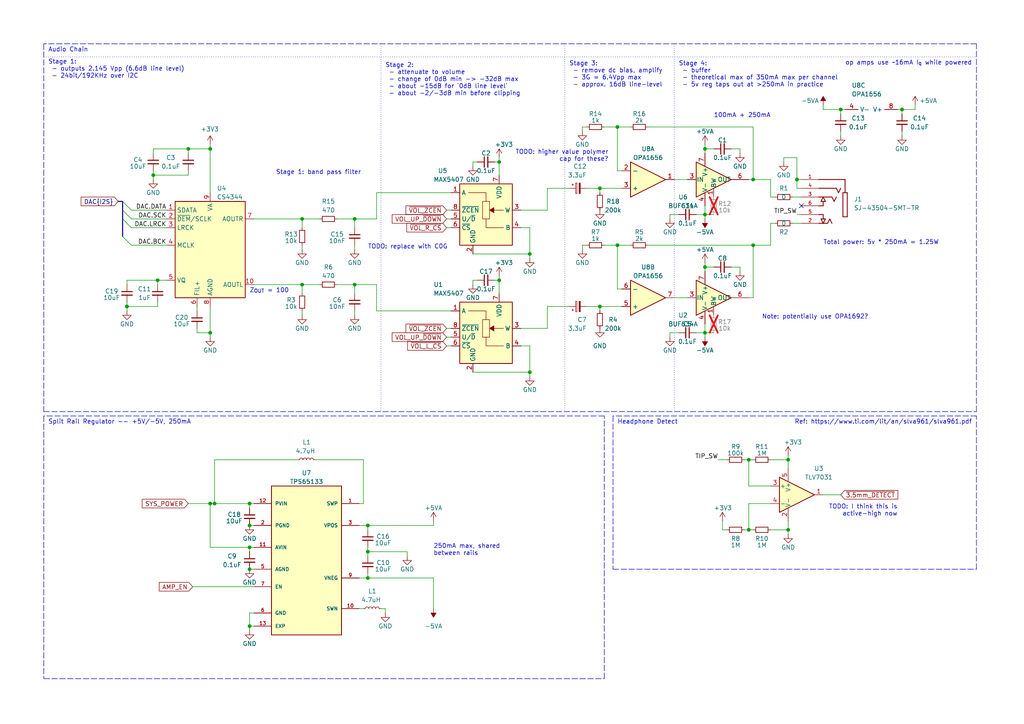
<source format=kicad_sch>
(kicad_sch (version 20230121) (generator eeschema)
  (paper "A4")
  (title_block (title "TANGARA") (date "2023-05-30") (rev "4") (company "made by jacqueline") (comment 1 "SPDX-License-Identifier: CERN-OHL-S-2.0"))
  (lib_symbols
    (symbol "Comparator:TLV7031DBV" (pin_names (offset 0.127))
      (property "Reference" "U" (at -1.27 6.35 0))
      (property "Value" "TLV7031DBV" (at -1.27 3.81 0))
      (symbol "TLV7031DBV_0_1"
        (polyline (pts (xy -5.08 5.08) (xy 5.08 0) (xy -5.08 -5.08) (xy -5.08 5.08)) (stroke (width 0.254)) (fill (type background)))
        (pin power_in line (at -2.54 -7.62 90) (length 3.81) (name "V-") (number "2"))
        (pin power_in line (at -2.54 7.62 270) (length 3.81) (name "V+") (number "5"))
      )
      (symbol "TLV7031DBV_1_1"
        (pin output line (at 7.62 0 180) (length 2.54) (name "~") (number "1"))
        (pin input line (at -7.62 2.54 0) (length 2.54) (name "+") (number "3"))
        (pin input line (at -7.62 -2.54 0) (length 2.54) (name "-") (number "4"))
      )
    )
    (symbol "Device:C_Polarized_Small" (pin_numbers hide) (pin_names (offset 0.254) hide)
      (property "Reference" "C" (at 0.254 1.778 0))
      (property "Value" "C_Polarized_Small" (at 0.254 -2.032 0))
      (symbol "C_Polarized_Small_0_1"
        (rectangle (start -1.524 -0.3048) (end 1.524 -0.6858) (fill (type outline)))
        (rectangle (start -1.524 0.6858) (end 1.524 0.3048))
        (polyline (pts (xy -1.27 1.524) (xy -0.762 1.524)))
        (polyline (pts (xy -1.016 1.27) (xy -1.016 1.778)))
      )
      (symbol "C_Polarized_Small_1_1"
        (pin passive line (at 0 2.54 270) (length 1.8542) (name "~") (number "1"))
        (pin passive line (at 0 -2.54 90) (length 1.8542) (name "~") (number "2"))
      )
    )
    (symbol "Device:C_Small" (pin_numbers hide) (pin_names (offset 0.254) hide)
      (property "Reference" "C" (at 0.254 1.778 0))
      (property "Value" "C_Small" (at 0.254 -2.032 0))
      (symbol "C_Small_0_1"
        (polyline (pts (xy -1.524 -0.508) (xy 1.524 -0.508)) (stroke (width 0.3302)))
        (polyline (pts (xy -1.524 0.508) (xy 1.524 0.508)) (stroke (width 0.3048)))
      )
      (symbol "C_Small_1_1"
        (pin passive line (at 0 2.54 270) (length 2.032) (name "~") (number "1"))
        (pin passive line (at 0 -2.54 90) (length 2.032) (name "~") (number "2"))
      )
    )
    (symbol "Device:L_Small" (pin_numbers hide) (pin_names (offset 0.254) hide)
      (property "Reference" "L" (at 0.762 1.016 0))
      (property "Value" "L_Small" (at 0.762 -1.016 0))
      (symbol "L_Small_0_1"
        (arc (start 0 -2.032) (mid 0.5058 -1.524) (end 0 -1.016))
        (arc (start 0 -1.016) (mid 0.5058 -0.508) (end 0 0))
        (arc (start 0 0) (mid 0.5058 0.508) (end 0 1.016))
        (arc (start 0 1.016) (mid 0.5058 1.524) (end 0 2.032))
      )
      (symbol "L_Small_1_1"
        (pin passive line (at 0 2.54 270) (length 0.508) (name "~") (number "1"))
        (pin passive line (at 0 -2.54 90) (length 0.508) (name "~") (number "2"))
      )
    )
    (symbol "Device:Opamp_Dual"
      (property "Reference" "U" (at 0 5.08 0))
      (property "Value" "Opamp_Dual" (at 0 -5.08 0))
      (symbol "Opamp_Dual_1_1"
        (polyline (pts (xy -5.08 5.08) (xy 5.08 0) (xy -5.08 -5.08) (xy -5.08 5.08)) (stroke (width 0.254)) (fill (type background)))
        (pin output line (at 7.62 0 180) (length 2.54) (name "~") (number "1"))
        (pin input line (at -7.62 -2.54 0) (length 2.54) (name "-") (number "2"))
        (pin input line (at -7.62 2.54 0) (length 2.54) (name "+") (number "3"))
      )
      (symbol "Opamp_Dual_2_1"
        (polyline (pts (xy -5.08 5.08) (xy 5.08 0) (xy -5.08 -5.08) (xy -5.08 5.08)) (stroke (width 0.254)) (fill (type background)))
        (pin input line (at -7.62 2.54 0) (length 2.54) (name "+") (number "5"))
        (pin input line (at -7.62 -2.54 0) (length 2.54) (name "-") (number "6"))
        (pin output line (at 7.62 0 180) (length 2.54) (name "~") (number "7"))
      )
      (symbol "Opamp_Dual_3_1"
        (pin power_in line (at -2.54 -7.62 90) (length 3.81) (name "V-") (number "4"))
        (pin power_in line (at -2.54 7.62 270) (length 3.81) (name "V+") (number "8"))
      )
    )
    (symbol "Device:R_Small" (pin_numbers hide) (pin_names (offset 0.254) hide)
      (property "Reference" "R" (at 0.762 0.508 0))
      (property "Value" "R_Small" (at 0.762 -1.016 0))
      (symbol "R_Small_0_1"
        (rectangle (start -0.762 1.778) (end 0.762 -1.778) (stroke (width 0.2032)))
      )
      (symbol "R_Small_1_1"
        (pin passive line (at 0 2.54 270) (length 0.762) (name "~") (number "1"))
        (pin passive line (at 0 -2.54 90) (length 0.762) (name "~") (number "2"))
      )
    )
    (symbol "MAX5407_1"
      (property "Reference" "U" (at -7.62 8.89 0))
      (property "Value" "MAX5407" (at 1.27 8.89 0))
      (symbol "MAX5407_1_0_1"
        (polyline (pts (xy 0 -2.54) (xy 0 -5.08) (xy 5.08 -5.08)))
        (polyline (pts (xy 5.08 0) (xy 3.81 0) (xy 1.27 0)))
        (polyline (pts (xy -5.08 5.08) (xy -2.54 5.08) (xy -2.54 5.08) (xy 0 5.08) (xy 0 2.54)))
      )
      (symbol "MAX5407_1_1_0"
        (pin passive line (at -10.16 -5.08 0) (length 2.54) (name "~{CS}") (number "6"))
        (pin passive line (at 3.81 10.16 270) (length 2.54) (name "VDD") (number "7"))
      )
      (symbol "MAX5407_1_1_1"
        (rectangle (start -7.62 7.62) (end 7.62 -10.16) (stroke (width 0.254)) (fill (type background)))
        (polyline (pts (xy 2.286 -0.762) (xy 2.286 0.762) (xy 1.016 0) (xy 2.286 -0.762)) (fill (type outline)))
        (rectangle (start 1.016 -2.54) (end -1.016 2.54))
        (pin passive line (at -10.16 5.08 0) (length 2.54) (name "A") (number "1"))
        (pin passive line (at -3.81 -12.7 90) (length 2.54) (name "GND") (number "2"))
        (pin passive line (at 10.16 0 180) (length 2.54) (name "W") (number "3"))
        (pin passive line (at 10.16 -5.08 180) (length 2.54) (name "B") (number "4"))
        (pin power_in line (at -10.16 -2.54 0) (length 2.54) (name "U/~{D}") (number "5"))
        (pin power_in line (at -10.16 0 0) (length 2.54) (name "~{ZCEN}") (number "8"))
      )
    )
    (symbol "power:+3V3" (power) (pin_names (offset 0))
      (property "Value" "+3V3" (at 0 3.556 0))
      (symbol "+3V3_0_1"
        (polyline (pts (xy -0.762 1.27) (xy 0 2.54)))
        (polyline (pts (xy 0 0) (xy 0 2.54)))
        (polyline (pts (xy 0 2.54) (xy 0.762 1.27)))
      )
      (symbol "+3V3_1_1"
        (pin power_in line (at 0 0 90) (length 0) hide (name "+3V3") (number "1"))
      )
    )
    (symbol "power:+5VA" (power) (pin_names (offset 0))
      (property "Value" "+5VA" (at 0 3.556 0))
      (symbol "+5VA_0_1"
        (polyline (pts (xy -0.762 1.27) (xy 0 2.54)))
        (polyline (pts (xy 0 0) (xy 0 2.54)))
        (polyline (pts (xy 0 2.54) (xy 0.762 1.27)))
      )
      (symbol "+5VA_1_1"
        (pin power_in line (at 0 0 90) (length 0) hide (name "+5VA") (number "1"))
      )
    )
    (symbol "power:-5VA" (power) (pin_names (offset 0))
      (property "Value" "-5VA" (at 0 3.81 0))
      (symbol "-5VA_0_0"
        (pin power_in line (at 0 0 90) (length 0) hide (name "-5VA") (number "1"))
      )
      (symbol "-5VA_0_1"
        (polyline (pts (xy 0 0) (xy 0 1.27) (xy 0.762 1.27) (xy 0 2.54) (xy -0.762 1.27) (xy 0 1.27)) (fill (type outline)))
      )
    )
    (symbol "power:GND" (power) (pin_names (offset 0))
      (property "Value" "GND" (at 0 -3.81 0))
      (symbol "GND_0_1"
        (polyline (pts (xy 0 0) (xy 0 -1.27) (xy 1.27 -1.27) (xy 0 -2.54) (xy -1.27 -1.27) (xy 0 -1.27)))
      )
      (symbol "GND_1_1"
        (pin power_in line (at 0 0 270) (length 0) hide (name "GND") (number "1"))
      )
    )
    (symbol "symbols:BUF634A" (pin_names (offset 0.127))
      (property "Reference" "U" (at 6.35 2.54 0))
      (property "Value" "BUF634A" (at 7.62 -2.54 0))
      (symbol "BUF634A_0_1"
        (polyline (pts (xy 5.08 0) (xy -5.08 5.08) (xy -5.08 -5.08) (xy 5.08 0)) (stroke (width 0.254)) (fill (type background)))
      )
      (symbol "BUF634A_1_1"
        (pin input line (at 0 -5.08 90) (length 2.54) (name "BW") (number "1"))
        (pin no_connect line (at -1.27 -1.27 180) (length 2.54) hide (name "NC") (number "2"))
        (pin input line (at -7.62 0 0) (length 2.54) (name "IN") (number "3"))
        (pin power_in line (at -2.54 -7.62 90) (length 3.81) (name "V-") (number "4"))
        (pin no_connect line (at -5.08 -2.54 0) (length 2.54) hide (name "NC") (number "5"))
        (pin output line (at 10.16 0 180) (length 5.08) (name "OUT") (number "6"))
        (pin power_in line (at -2.54 7.62 270) (length 3.81) (name "V+") (number "7"))
        (pin no_connect line (at 0 0 180) (length 2.54) hide (name "NC") (number "8"))
        (pin power_in line (at -2.54 -7.62 90) (length 2.54) hide (name "EP") (number "9"))
      )
    )
    (symbol "symbols:CS4334_1"
      (property "Reference" "U" (at -10.16 8.89 0))
      (property "Value" "CS4334" (at 6.35 -8.89 0))
      (symbol "CS4334_1_0_1"
        (rectangle (start -10.16 7.62) (end 10.16 -20.32) (stroke (width 0.254)) (fill (type background)))
      )
      (symbol "CS4334_1_1_0"
        (pin output line (at -12.7 -15.24 0) (length 2.54) (name "VQ") (number "5"))
        (pin output line (at -3.81 -22.86 90) (length 2.54) (name "FIL+") (number "6"))
      )
      (symbol "CS4334_1_1_1"
        (pin input line (at -12.7 5.08 0) (length 2.54) (name "SDATA") (number "1"))
        (pin output line (at 12.7 -16.51 180) (length 2.54) (name "AOUTL") (number "10"))
        (pin input line (at -12.7 2.54 0) (length 2.54) (name "~{DEM}/SCLK") (number "2"))
        (pin input line (at -12.7 0 0) (length 2.54) (name "LRCK") (number "3"))
        (pin input line (at -12.7 -5.08 0) (length 2.54) (name "MCLK") (number "4"))
        (pin output line (at 12.7 2.54 180) (length 2.54) (name "AOUTR") (number "7"))
        (pin power_in line (at 0 -22.86 90) (length 2.54) (name "AGND") (number "8"))
        (pin power_in line (at 0 10.16 270) (length 2.54) (name "VA") (number "9"))
      )
    )
    (symbol "symbols:MAX5407"
      (property "Reference" "U" (at -7.62 8.89 0))
      (property "Value" "MAX5407" (at 1.27 8.89 0))
      (symbol "MAX5407_0_1"
        (polyline (pts (xy 0 -2.54) (xy 0 -5.08) (xy 5.08 -5.08)))
        (polyline (pts (xy 5.08 0) (xy 3.81 0) (xy 1.27 0)))
        (polyline (pts (xy -5.08 5.08) (xy -2.54 5.08) (xy -2.54 5.08) (xy 0 5.08) (xy 0 2.54)))
      )
      (symbol "MAX5407_1_0"
        (pin passive line (at -10.16 -5.08 0) (length 2.54) (name "~{CS}") (number "6"))
        (pin passive line (at 3.81 10.16 270) (length 2.54) (name "VDD") (number "7"))
      )
      (symbol "MAX5407_1_1"
        (rectangle (start -7.62 7.62) (end 7.62 -10.16) (stroke (width 0.254)) (fill (type background)))
        (polyline (pts (xy 2.286 -0.762) (xy 2.286 0.762) (xy 1.016 0) (xy 2.286 -0.762)) (fill (type outline)))
        (rectangle (start 1.016 -2.54) (end -1.016 2.54))
        (pin passive line (at -10.16 5.08 0) (length 2.54) (name "A") (number "1"))
        (pin passive line (at -3.81 -12.7 90) (length 2.54) (name "GND") (number "2"))
        (pin passive line (at 10.16 0 180) (length 2.54) (name "W") (number "3"))
        (pin passive line (at 10.16 -5.08 180) (length 2.54) (name "B") (number "4"))
        (pin power_in line (at -10.16 -2.54 0) (length 2.54) (name "U/~{D}") (number "5"))
        (pin power_in line (at -10.16 0 0) (length 2.54) (name "~{ZCEN}") (number "8"))
      )
    )
    (symbol "symbols:SJ-43504-SMT-TR" (pin_names (offset 1.016))
      (property "Reference" "J" (at -8.9086 6.3633 0))
      (property "Value" "SJ-43504-SMT-TR" (at -8.8984 -11.4407 0))
      (symbol "SJ-43504-SMT-TR_0_0"
        (polyline (pts (xy -8.255 -5.715) (xy -8.255 1.27)) (stroke (width 0.254)))
        (polyline (pts (xy -8.255 1.27) (xy -7.62 1.27)) (stroke (width 0.254)))
        (polyline (pts (xy -7.62 1.27) (xy -6.985 1.27)) (stroke (width 0.254)))
        (polyline (pts (xy -7.62 5.08) (xy -7.62 1.27)) (stroke (width 0.254)))
        (polyline (pts (xy -6.985 -5.715) (xy -8.255 -5.715)) (stroke (width 0.254)))
        (polyline (pts (xy -6.985 1.27) (xy -6.985 -5.715)) (stroke (width 0.254)))
        (polyline (pts (xy -5.715 1.27) (xy -6.35 2.54)) (stroke (width 0.254)))
        (polyline (pts (xy -5.08 2.54) (xy -5.715 1.27)) (stroke (width 0.254)))
        (polyline (pts (xy -4.445 -1.27) (xy -5.08 0)) (stroke (width 0.254)))
        (polyline (pts (xy -3.81 0) (xy -4.445 -1.27)) (stroke (width 0.254)))
        (polyline (pts (xy -3.175 -6.35) (xy -3.81 -7.62)) (stroke (width 0.254)))
        (polyline (pts (xy -2.54 -7.62) (xy -3.175 -6.35)) (stroke (width 0.254)))
        (polyline (pts (xy -1.905 -6.35) (xy -1.27 -6.35)) (stroke (width 0.254)))
        (polyline (pts (xy -1.905 -1.27) (xy -1.27 -1.27)) (stroke (width 0.254)))
        (polyline (pts (xy -1.27 -7.62) (xy -2.54 -7.62)) (stroke (width 0.254)))
        (polyline (pts (xy -1.27 -7.62) (xy -1.905 -6.35)) (stroke (width 0.254)))
        (polyline (pts (xy -1.27 -6.35) (xy -0.635 -6.35)) (stroke (width 0.254)))
        (polyline (pts (xy -1.27 -5.08) (xy -1.27 -6.35)) (stroke (width 0.254)))
        (polyline (pts (xy -1.27 -2.54) (xy -1.27 -1.27)) (stroke (width 0.254)))
        (polyline (pts (xy -1.27 -1.27) (xy -0.635 -1.27)) (stroke (width 0.254)))
        (polyline (pts (xy -1.27 0) (xy -3.81 0)) (stroke (width 0.254)))
        (polyline (pts (xy -1.27 0) (xy -1.905 -1.27)) (stroke (width 0.254)))
        (polyline (pts (xy -0.635 -6.35) (xy -1.27 -7.62)) (stroke (width 0.254)))
        (polyline (pts (xy -0.635 -1.27) (xy -1.27 0)) (stroke (width 0.254)))
        (polyline (pts (xy 0 -7.62) (xy -1.27 -7.62)) (stroke (width 0.254)))
        (polyline (pts (xy 0 -5.08) (xy -1.27 -5.08)) (stroke (width 0.254)))
        (polyline (pts (xy 0 -2.54) (xy -1.27 -2.54)) (stroke (width 0.254)))
        (polyline (pts (xy 0 0) (xy -1.27 0)) (stroke (width 0.254)))
        (polyline (pts (xy 0 2.54) (xy -5.08 2.54)) (stroke (width 0.254)))
        (polyline (pts (xy 0 5.08) (xy -7.62 5.08)) (stroke (width 0.254)))
        (pin passive line (at 5.08 5.08 180) (length 5.08) (name "~") (number "1"))
        (pin passive line (at 5.08 -7.62 180) (length 5.08) (name "~") (number "2"))
        (pin passive line (at 5.08 0 180) (length 5.08) (name "~") (number "3"))
        (pin passive line (at 5.08 2.54 180) (length 5.08) (name "~") (number "4"))
        (pin passive line (at 5.08 -5.08 180) (length 5.08) (name "~") (number "5"))
        (pin passive line (at 5.08 -2.54 180) (length 5.08) (name "~") (number "6"))
      )
    )
    (symbol "symbols:TPS65135RTER" (pin_names (offset 1.016))
      (property "Reference" "U" (at -10.16 23.622 0))
      (property "Value" "TPS65135RTER" (at -10.16 -22.86 0))
      (symbol "TPS65135RTER_0_0"
        (rectangle (start -10.16 22.86) (end 10.16 -20.32) (stroke (width 0.254)) (fill (type background)))
        (pin bidirectional line (at 15.24 17.78 180) (length 5.08) (name "SWP") (number "1"))
        (pin bidirectional line (at 15.24 -12.7 180) (length 5.08) (name "SWN") (number "10"))
        (pin bidirectional line (at -15.24 5.08 0) (length 5.08) (name "AVIN") (number "11"))
        (pin bidirectional line (at -15.24 17.78 0) (length 5.08) (name "PVIN") (number "12"))
        (pin power_in line (at -15.24 -17.78 0) (length 5.08) (name "EXP") (number "13"))
        (pin power_in line (at -15.24 11.43 0) (length 5.08) (name "PGND") (number "2"))
        (pin output line (at 15.24 11.43 180) (length 5.08) (name "VPOS") (number "3"))
        (pin power_in line (at -15.24 -13.97 0) (length 5.08) hide (name "GND") (number "4"))
        (pin input line (at -15.24 -1.27 0) (length 5.08) (name "AGND") (number "5"))
        (pin power_in line (at -15.24 -13.97 0) (length 5.08) (name "GND") (number "6"))
        (pin input line (at -15.24 -6.35 0) (length 5.08) (name "EN") (number "7"))
        (pin output line (at -15.24 -13.97 0) (length 5.08) hide (name "GND") (number "8"))
        (pin output line (at 15.24 -3.81 180) (length 5.08) (name "VNEG") (number "9"))
      )
    )
  )
  (junction (at 204.47 43.18))
  (junction (at 261.62 31.75))
  (junction (at 153.67 107.95))
  (junction (at 44.45 50.8))
  (junction (at 45.72 81.28))
  (junction (at 60.96 96.52))
  (junction (at 36.83 88.9))
  (junction (at 54.61 43.18))
  (junction (at 87.63 82.55))
  (junction (at 179.07 71.12))
  (junction (at 204.47 96.52))
  (junction (at 60.96 146.05))
  (junction (at 228.6 153.67))
  (junction (at 72.39 181.61))
  (junction (at 144.78 81.28))
  (junction (at 153.67 73.66))
  (junction (at 106.68 167.64))
  (junction (at 72.39 165.1))
  (junction (at 218.44 71.12))
  (junction (at 72.39 152.4))
  (junction (at 173.99 54.61))
  (junction (at 60.96 43.18))
  (junction (at 179.07 36.83))
  (junction (at 173.99 88.9))
  (junction (at 72.39 158.75))
  (junction (at 62.23 146.05))
  (junction (at 231.14 52.07))
  (junction (at 218.44 52.07))
  (junction (at 217.17 133.35))
  (junction (at 106.68 152.4))
  (junction (at 102.87 82.55))
  (junction (at 106.68 160.02))
  (junction (at 144.78 46.99))
  (junction (at 72.39 146.05))
  (junction (at 204.47 77.47))
  (junction (at 217.17 153.67))
  (junction (at 243.84 31.75))
  (junction (at 204.47 62.23))
  (junction (at 87.63 63.5))
  (junction (at 228.6 133.35))
  (junction (at 102.87 63.5))
  (no_connect (at 232.41 59.69))
  (bus_entry (at 35.56 63.5) (size 2.54 2.54))
  (bus_entry (at 35.56 60.96) (size 2.54 2.54))
  (bus_entry (at 35.56 58.42) (size 2.54 2.54))
  (bus_entry (at 35.56 68.58) (size 2.54 2.54))
  (wire (pts (xy 57.15 90.17) (xy 57.15 88.9)))
  (wire (pts (xy 153.67 107.95) (xy 153.67 100.33)))
  (wire (pts (xy 54.61 43.18) (xy 60.96 43.18)))
  (wire (pts (xy 104.14 146.05) (xy 105.41 146.05)))
  (polyline (pts (xy 175.26 120.65) (xy 12.7 120.65)) (stroke (width 0) (type dash)))
  (polyline (pts (xy 12.7 16.51) (xy 283.21 16.51)) (stroke (width 0) (type dot)))
  (wire (pts (xy 214.63 43.18) (xy 212.09 43.18)))
  (wire (pts (xy 44.45 49.53) (xy 44.45 50.8)))
  (wire (pts (xy 54.61 50.8) (xy 44.45 50.8)))
  (wire (pts (xy 207.01 77.47) (xy 204.47 77.47)))
  (polyline (pts (xy 283.21 12.7) (xy 12.7 12.7)) (stroke (width 0) (type dash)))
  (wire (pts (xy 261.62 31.75) (xy 260.35 31.75)))
  (wire (pts (xy 180.34 83.82) (xy 179.07 83.82)))
  (wire (pts (xy 137.16 107.95) (xy 153.67 107.95)))
  (polyline (pts (xy 283.21 119.38) (xy 283.21 12.7)) (stroke (width 0) (type dash)))
  (wire (pts (xy 60.96 43.18) (xy 60.96 55.88)))
  (wire (pts (xy 238.76 31.75) (xy 243.84 31.75)))
  (polyline (pts (xy 163.83 12.7) (xy 163.83 119.38)) (stroke (width 0) (type dot)))
  (wire (pts (xy 153.67 66.04) (xy 151.13 66.04)))
  (wire (pts (xy 62.23 133.35) (xy 86.36 133.35)))
  (wire (pts (xy 105.41 176.53) (xy 104.14 176.53)))
  (wire (pts (xy 243.84 31.75) (xy 245.11 31.75)))
  (wire (pts (xy 223.52 57.15) (xy 224.79 57.15)))
  (wire (pts (xy 44.45 44.45) (xy 44.45 43.18)))
  (wire (pts (xy 60.96 158.75) (xy 60.96 146.05)))
  (wire (pts (xy 151.13 95.25) (xy 158.75 95.25)))
  (wire (pts (xy 223.52 140.97) (xy 217.17 140.97)))
  (wire (pts (xy 153.67 73.66) (xy 153.67 66.04)))
  (wire (pts (xy 143.51 81.28) (xy 144.78 81.28)))
  (wire (pts (xy 173.99 88.9) (xy 180.34 88.9)))
  (wire (pts (xy 209.55 153.67) (xy 210.82 153.67)))
  (wire (pts (xy 111.76 176.53) (xy 111.76 177.8)))
  (wire (pts (xy 261.62 39.37) (xy 261.62 38.1)))
  (wire (pts (xy 60.96 146.05) (xy 62.23 146.05)))
  (polyline (pts (xy 283.21 120.65) (xy 177.8 120.65)) (stroke (width 0) (type dash)))
  (wire (pts (xy 238.76 143.51) (xy 243.84 143.51)))
  (bus (pts (xy 35.56 60.96) (xy 35.56 63.5)))
  (wire (pts (xy 227.33 45.72) (xy 227.33 46.99)))
  (wire (pts (xy 129.54 97.79) (xy 130.81 97.79)))
  (wire (pts (xy 179.07 36.83) (xy 182.88 36.83)))
  (wire (pts (xy 105.41 146.05) (xy 105.41 133.35)))
  (wire (pts (xy 207.01 43.18) (xy 204.47 43.18)))
  (wire (pts (xy 151.13 60.96) (xy 158.75 60.96)))
  (wire (pts (xy 106.68 152.4) (xy 106.68 153.67)))
  (wire (pts (xy 194.31 63.5) (xy 194.31 62.23)))
  (wire (pts (xy 60.96 96.52) (xy 60.96 88.9)))
  (wire (pts (xy 243.84 33.02) (xy 243.84 31.75)))
  (wire (pts (xy 72.39 182.88) (xy 72.39 181.61)))
  (wire (pts (xy 137.16 82.55) (xy 137.16 81.28)))
  (wire (pts (xy 228.6 132.08) (xy 228.6 133.35)))
  (wire (pts (xy 187.96 71.12) (xy 218.44 71.12)))
  (wire (pts (xy 125.73 167.64) (xy 106.68 167.64)))
  (wire (pts (xy 223.52 57.15) (xy 223.52 52.07)))
  (wire (pts (xy 109.22 55.88) (xy 109.22 63.5)))
  (wire (pts (xy 231.14 52.07) (xy 232.41 52.07)))
  (wire (pts (xy 62.23 146.05) (xy 62.23 133.35)))
  (wire (pts (xy 204.47 62.23) (xy 207.01 62.23)))
  (wire (pts (xy 153.67 74.93) (xy 153.67 73.66)))
  (wire (pts (xy 217.17 140.97) (xy 217.17 133.35)))
  (wire (pts (xy 158.75 60.96) (xy 158.75 54.61)))
  (wire (pts (xy 261.62 33.02) (xy 261.62 31.75)))
  (bus (pts (xy 35.56 63.5) (xy 35.56 68.58)))
  (wire (pts (xy 102.87 82.55) (xy 109.22 82.55)))
  (wire (pts (xy 54.61 43.18) (xy 54.61 44.45)))
  (wire (pts (xy 265.43 31.75) (xy 261.62 31.75)))
  (wire (pts (xy 223.52 146.05) (xy 217.17 146.05)))
  (wire (pts (xy 194.31 62.23) (xy 196.85 62.23)))
  (wire (pts (xy 106.68 160.02) (xy 106.68 161.29)))
  (wire (pts (xy 125.73 151.13) (xy 125.73 152.4)))
  (wire (pts (xy 231.14 45.72) (xy 227.33 45.72)))
  (polyline (pts (xy 283.21 165.1) (xy 283.21 120.65)) (stroke (width 0) (type dash)))
  (wire (pts (xy 218.44 52.07) (xy 218.44 36.83)))
  (wire (pts (xy 44.45 43.18) (xy 54.61 43.18)))
  (wire (pts (xy 137.16 73.66) (xy 153.67 73.66)))
  (wire (pts (xy 215.9 153.67) (xy 217.17 153.67)))
  (wire (pts (xy 87.63 63.5) (xy 92.71 63.5)))
  (wire (pts (xy 179.07 49.53) (xy 179.07 36.83)))
  (wire (pts (xy 223.52 52.07) (xy 218.44 52.07)))
  (wire (pts (xy 106.68 152.4) (xy 125.73 152.4)))
  (wire (pts (xy 204.47 97.79) (xy 204.47 96.52)))
  (wire (pts (xy 36.83 88.9) (xy 36.83 90.17)))
  (wire (pts (xy 204.47 41.91) (xy 204.47 43.18)))
  (wire (pts (xy 215.9 133.35) (xy 217.17 133.35)))
  (wire (pts (xy 73.66 82.55) (xy 87.63 82.55)))
  (wire (pts (xy 223.52 71.12) (xy 218.44 71.12)))
  (wire (pts (xy 38.1 60.96) (xy 48.26 60.96)))
  (wire (pts (xy 137.16 46.99) (xy 138.43 46.99)))
  (wire (pts (xy 38.1 63.5) (xy 48.26 63.5)))
  (wire (pts (xy 201.93 62.23) (xy 204.47 62.23)))
  (wire (pts (xy 187.96 36.83) (xy 218.44 36.83)))
  (wire (pts (xy 223.52 133.35) (xy 228.6 133.35)))
  (wire (pts (xy 109.22 90.17) (xy 130.81 90.17)))
  (wire (pts (xy 231.14 62.23) (xy 232.41 62.23)))
  (wire (pts (xy 104.14 152.4) (xy 106.68 152.4)))
  (wire (pts (xy 62.23 146.05) (xy 72.39 146.05)))
  (wire (pts (xy 218.44 86.36) (xy 218.44 71.12)))
  (wire (pts (xy 173.99 90.17) (xy 173.99 88.9)))
  (wire (pts (xy 153.67 109.22) (xy 153.67 107.95)))
  (bus (pts (xy 34.29 58.42) (xy 35.56 58.42)))
  (wire (pts (xy 170.18 54.61) (xy 173.99 54.61)))
  (wire (pts (xy 72.39 181.61) (xy 73.66 181.61)))
  (wire (pts (xy 57.15 95.25) (xy 57.15 96.52)))
  (wire (pts (xy 173.99 55.88) (xy 173.99 54.61)))
  (bus (pts (xy 35.56 58.42) (xy 35.56 60.96)))
  (polyline (pts (xy 177.8 165.1) (xy 283.21 165.1)) (stroke (width 0) (type dash)))
  (wire (pts (xy 170.18 88.9) (xy 173.99 88.9)))
  (wire (pts (xy 106.68 158.75) (xy 106.68 160.02)))
  (wire (pts (xy 217.17 153.67) (xy 218.44 153.67)))
  (wire (pts (xy 194.31 96.52) (xy 196.85 96.52)))
  (wire (pts (xy 54.61 146.05) (xy 60.96 146.05)))
  (polyline (pts (xy 12.7 12.7) (xy 12.7 119.38)) (stroke (width 0) (type dash)))
  (wire (pts (xy 228.6 154.94) (xy 228.6 153.67)))
  (wire (pts (xy 87.63 85.09) (xy 87.63 82.55)))
  (wire (pts (xy 204.47 96.52) (xy 204.47 93.98)))
  (wire (pts (xy 204.47 76.2) (xy 204.47 77.47)))
  (wire (pts (xy 231.14 52.07) (xy 231.14 45.72)))
  (polyline (pts (xy 175.26 196.85) (xy 175.26 120.65)) (stroke (width 0) (type dash)))
  (wire (pts (xy 57.15 96.52) (xy 60.96 96.52)))
  (wire (pts (xy 194.31 97.79) (xy 194.31 96.52)))
  (wire (pts (xy 137.16 81.28) (xy 138.43 81.28)))
  (wire (pts (xy 102.87 72.39) (xy 102.87 71.12)))
  (wire (pts (xy 73.66 63.5) (xy 87.63 63.5)))
  (wire (pts (xy 231.14 54.61) (xy 232.41 54.61)))
  (wire (pts (xy 87.63 91.44) (xy 87.63 90.17)))
  (wire (pts (xy 204.47 62.23) (xy 204.47 59.69)))
  (wire (pts (xy 195.58 52.07) (xy 199.39 52.07)))
  (wire (pts (xy 158.75 95.25) (xy 158.75 88.9)))
  (wire (pts (xy 153.67 100.33) (xy 151.13 100.33)))
  (wire (pts (xy 217.17 133.35) (xy 218.44 133.35)))
  (wire (pts (xy 54.61 49.53) (xy 54.61 50.8)))
  (wire (pts (xy 144.78 80.01) (xy 144.78 81.28)))
  (wire (pts (xy 223.52 64.77) (xy 223.52 71.12)))
  (wire (pts (xy 118.11 160.02) (xy 106.68 160.02)))
  (wire (pts (xy 214.63 77.47) (xy 212.09 77.47)))
  (wire (pts (xy 87.63 72.39) (xy 87.63 71.12)))
  (wire (pts (xy 102.87 63.5) (xy 109.22 63.5)))
  (wire (pts (xy 243.84 39.37) (xy 243.84 38.1)))
  (wire (pts (xy 87.63 66.04) (xy 87.63 63.5)))
  (polyline (pts (xy 12.7 120.65) (xy 12.7 196.85)) (stroke (width 0) (type dash)))
  (wire (pts (xy 55.88 170.18) (xy 73.66 170.18)))
  (wire (pts (xy 265.43 31.75) (xy 265.43 30.48)))
  (wire (pts (xy 104.14 167.64) (xy 106.68 167.64)))
  (polyline (pts (xy 12.7 196.85) (xy 175.26 196.85)) (stroke (width 0) (type dash)))
  (wire (pts (xy 60.96 97.79) (xy 60.96 96.52)))
  (wire (pts (xy 129.54 63.5) (xy 130.81 63.5)))
  (wire (pts (xy 72.39 165.1) (xy 73.66 165.1)))
  (wire (pts (xy 129.54 100.33) (xy 130.81 100.33)))
  (wire (pts (xy 72.39 158.75) (xy 73.66 158.75)))
  (wire (pts (xy 209.55 151.13) (xy 209.55 153.67)))
  (wire (pts (xy 129.54 60.96) (xy 130.81 60.96)))
  (wire (pts (xy 129.54 66.04) (xy 130.81 66.04)))
  (wire (pts (xy 72.39 152.4) (xy 73.66 152.4)))
  (wire (pts (xy 223.52 64.77) (xy 224.79 64.77)))
  (wire (pts (xy 144.78 85.09) (xy 144.78 81.28)))
  (wire (pts (xy 204.47 63.5) (xy 204.47 62.23)))
  (wire (pts (xy 137.16 48.26) (xy 137.16 46.99)))
  (wire (pts (xy 143.51 46.99) (xy 144.78 46.99)))
  (wire (pts (xy 173.99 54.61) (xy 180.34 54.61)))
  (wire (pts (xy 38.1 71.12) (xy 48.26 71.12)))
  (wire (pts (xy 125.73 176.53) (xy 125.73 167.64)))
  (wire (pts (xy 105.41 133.35) (xy 91.44 133.35)))
  (wire (pts (xy 36.83 81.28) (xy 36.83 82.55)))
  (wire (pts (xy 204.47 96.52) (xy 207.01 96.52)))
  (wire (pts (xy 208.28 133.35) (xy 210.82 133.35)))
  (wire (pts (xy 45.72 87.63) (xy 45.72 88.9)))
  (wire (pts (xy 217.17 86.36) (xy 218.44 86.36)))
  (wire (pts (xy 72.39 146.05) (xy 72.39 147.32)))
  (wire (pts (xy 195.58 86.36) (xy 199.39 86.36)))
  (wire (pts (xy 72.39 146.05) (xy 73.66 146.05)))
  (wire (pts (xy 106.68 166.37) (xy 106.68 167.64)))
  (wire (pts (xy 204.47 43.18) (xy 204.47 44.45)))
  (wire (pts (xy 102.87 91.44) (xy 102.87 90.17)))
  (wire (pts (xy 102.87 82.55) (xy 102.87 85.09)))
  (wire (pts (xy 110.49 176.53) (xy 111.76 176.53)))
  (wire (pts (xy 180.34 49.53) (xy 179.07 49.53)))
  (wire (pts (xy 175.26 36.83) (xy 179.07 36.83)))
  (wire (pts (xy 109.22 55.88) (xy 130.81 55.88)))
  (wire (pts (xy 204.47 77.47) (xy 204.47 78.74)))
  (wire (pts (xy 217.17 52.07) (xy 218.44 52.07)))
  (wire (pts (xy 168.91 38.1) (xy 168.91 36.83)))
  (wire (pts (xy 129.54 95.25) (xy 130.81 95.25)))
  (wire (pts (xy 179.07 83.82) (xy 179.07 71.12)))
  (wire (pts (xy 228.6 133.35) (xy 228.6 135.89)))
  (wire (pts (xy 72.39 158.75) (xy 60.96 158.75)))
  (wire (pts (xy 87.63 82.55) (xy 92.71 82.55)))
  (wire (pts (xy 158.75 54.61) (xy 165.1 54.61)))
  (wire (pts (xy 38.1 66.04) (xy 48.26 66.04)))
  (wire (pts (xy 48.26 81.28) (xy 45.72 81.28)))
  (wire (pts (xy 45.72 81.28) (xy 36.83 81.28)))
  (wire (pts (xy 45.72 88.9) (xy 36.83 88.9)))
  (wire (pts (xy 201.93 96.52) (xy 204.47 96.52)))
  (wire (pts (xy 36.83 87.63) (xy 36.83 88.9)))
  (wire (pts (xy 214.63 44.45) (xy 214.63 43.18)))
  (wire (pts (xy 217.17 146.05) (xy 217.17 153.67)))
  (wire (pts (xy 118.11 161.29) (xy 118.11 160.02)))
  (wire (pts (xy 73.66 177.8) (xy 72.39 177.8)))
  (wire (pts (xy 72.39 160.02) (xy 72.39 158.75)))
  (wire (pts (xy 168.91 72.39) (xy 168.91 71.12)))
  (wire (pts (xy 179.07 71.12) (xy 182.88 71.12)))
  (wire (pts (xy 45.72 81.28) (xy 45.72 82.55)))
  (wire (pts (xy 223.52 153.67) (xy 228.6 153.67)))
  (wire (pts (xy 231.14 52.07) (xy 231.14 54.61)))
  (polyline (pts (xy 110.49 12.7) (xy 110.49 119.38)) (stroke (width 0) (type dot)))
  (wire (pts (xy 102.87 63.5) (xy 102.87 66.04)))
  (wire (pts (xy 97.79 82.55) (xy 102.87 82.55)))
  (polyline (pts (xy 195.58 12.7) (xy 195.58 119.38)) (stroke (width 0) (type dot)))
  (polyline (pts (xy 177.8 120.65) (xy 177.8 165.1)) (stroke (width 0) (type dash)))
  (wire (pts (xy 44.45 52.07) (xy 44.45 50.8)))
  (wire (pts (xy 168.91 71.12) (xy 170.18 71.12)))
  (wire (pts (xy 238.76 31.75) (xy 238.76 30.48)))
  (wire (pts (xy 97.79 63.5) (xy 102.87 63.5)))
  (wire (pts (xy 144.78 50.8) (xy 144.78 46.99)))
  (wire (pts (xy 228.6 153.67) (xy 228.6 151.13)))
  (wire (pts (xy 175.26 71.12) (xy 179.07 71.12)))
  (wire (pts (xy 144.78 45.72) (xy 144.78 46.99)))
  (wire (pts (xy 214.63 78.74) (xy 214.63 77.47)))
  (wire (pts (xy 109.22 82.55) (xy 109.22 90.17)))
  (polyline (pts (xy 12.7 119.38) (xy 283.21 119.38)) (stroke (width 0) (type dash)))
  (wire (pts (xy 60.96 41.91) (xy 60.96 43.18)))
  (wire (pts (xy 229.87 57.15) (xy 232.41 57.15)))
  (wire (pts (xy 229.87 64.77) (xy 232.41 64.77)))
  (wire (pts (xy 72.39 177.8) (xy 72.39 181.61)))
  (wire (pts (xy 158.75 88.9) (xy 165.1 88.9)))
  (wire (pts (xy 168.91 36.83) (xy 170.18 36.83)))
  (text "Stage 2:\n - attenuate to volume\n - change of 0dB min -> -32dB max\n - about -15dB for `0dB line level`\n - about -2/-3dB min before clipping" (at 111.76 27.94 0) (effects (font (size 1.27 1.27)) (justify left bottom)))
  (text "Note: potentially use OPA1692?" (at 220.98 92.71 0) (effects (font (size 1.27 1.27)) (justify left bottom)))
  (text "100mA + 250mA" (at 207.01 34.29 0) (effects (font (size 1.27 1.27)) (justify left bottom)))
  (text "Stage 3:\n - remove dc bias, amplify\n - 3G = 6.4Vpp max\n - approx. 16dB line-level" (at 165.1 25.4 0) (effects (font (size 1.27 1.27)) (justify left bottom)))
  (text "TODO: higher value polymer\ncap for these?" (at 176.53 46.99 0) (effects (font (size 1.27 1.27)) (justify right bottom)))
  (text "Audio Chain\n" (at 13.97 15.24 0) (effects (font (size 1.27 1.27)) (justify left bottom)))
  (text "Total power: 5v * 250mA = 1.25W" (at 238.76 71.12 0) (effects (font (size 1.27 1.27)) (justify left bottom)))
  (text "TODO: I think this is\nactive-high now" (at 260.35 149.86 0) (effects (font (size 1.27 1.27)) (justify right bottom)))
  (text "Ref: https://www.ti.com/lit/an/slva961/slva961.pdf" (at 281.94 123.19 0) (effects (font (size 1.27 1.27)) (justify right bottom)))
  (text "TODO: replace with C0G" (at 106.68 72.39 0) (effects (font (size 1.27 1.27)) (justify left bottom)))
  (text "Stage 1:\n - outputs 2.145 Vpp (6.6dB line level)\n - 24bit/192KHz over I2C" (at 13.97 22.86 0) (effects (font (size 1.27 1.27)) (justify left bottom)))
  (text "250mA max, shared\nbetween rails" (at 125.73 161.29 0) (effects (font (size 1.27 1.27)) (justify left bottom)))
  (text "Z_{OUT} = 100" (at 72.39 85.09 0) (effects (font (size 1.27 1.27)) (justify left bottom)))
  (text "op amps use ~16mA I_{q} while powered" (at 281.94 19.05 0) (effects (font (size 1.27 1.27)) (justify right bottom)))
  (text "Stage 4:\n - buffer\n - theoretical max of 350mA max per channel\n - 5v reg taps out at >250mA in practice" (at 196.85 25.4 0) (effects (font (size 1.27 1.27)) (justify left bottom)))
  (text "Headphone Detect" (at 179.07 123.19 0) (effects (font (size 1.27 1.27)) (justify left bottom)))
  (text "Split Rail Regulator -- +5V/-5V, 250mA" (at 13.97 123.19 0) (effects (font (size 1.27 1.27)) (justify left bottom)))
  (text "Stage 1: band pass filter" (at 80.01 50.8 0) (effects (font (size 1.27 1.27)) (justify left bottom)))
  (label "TIP_SW" (at 231.14 62.23 180))
  (label "DAC.LRCK" (at 48.26 66.04 180))
  (label "TIP_SW" (at 208.28 133.35 180))
  (label "DAC.BCK" (at 48.26 71.12 180))
  (label "DAC.DATA" (at 48.26 60.96 180))
  (label "DAC.SCK" (at 48.26 63.5 180))
  (global_label "~{VOL_L_CS}" (shape input) (at 129.54 100.33 180) (property "Intersheetrefs" "${INTERSHEET_REFS}" (effects hide)))
  (global_label "VOL_UP_~{DOWN}" (shape input) (at 129.54 97.79 180) (property "Intersheetrefs" "${INTERSHEET_REFS}" (effects hide)))
  (global_label "~{VOL_ZCEN}" (shape input) (at 129.54 95.25 180) (property "Intersheetrefs" "${INTERSHEET_REFS}" (effects hide)))
  (global_label "~{3.5mm_DETECT}" (shape input) (at 243.84 143.51 0) (property "Intersheetrefs" "${INTERSHEET_REFS}" (effects hide)))
  (global_label "AMP_EN" (shape input) (at 55.88 170.18 180) (property "Intersheetrefs" "${INTERSHEET_REFS}" (effects hide)))
  (global_label "~{VOL_R_CS}" (shape input) (at 129.54 66.04 180) (property "Intersheetrefs" "${INTERSHEET_REFS}" (effects hide)))
  (global_label "~{VOL_ZCEN}" (shape input) (at 129.54 60.96 180) (property "Intersheetrefs" "${INTERSHEET_REFS}" (effects hide)))
  (global_label "SYS_POWER" (shape input) (at 54.61 146.05 180) (property "Intersheetrefs" "${INTERSHEET_REFS}" (effects hide)))
  (global_label "VOL_UP_~{DOWN}" (shape input) (at 129.54 63.5 180) (property "Intersheetrefs" "${INTERSHEET_REFS}" (effects hide)))
  (global_label "DAC{I2S}" (shape input) (at 34.29 58.42 180) (property "Intersheetrefs" "${INTERSHEET_REFS}" (effects hide)))
  (symbol (lib_id "Device:Opamp_Dual") (at 187.96 52.07 0) (mirror x) (unit 1)
    (property "Reference" "U8" (at 187.96 43.18 0))
    (property "Value" "OPA1656" (at 187.96 45.72 0))
    (property "Footprint" "Package_SO:SO-8_3.9x4.9mm_P1.27mm" (effects hide))
    (property "MPN" "OPA1656IDR" (effects hide))
  )
  (symbol (lib_id "power:GND") (at 72.39 165.1 0) (unit 1)
    (property "Reference" "#PWR015" (effects hide))
    (property "Value" "GND" (at 72.39 168.91 0))
  )
  (symbol (lib_id "symbols:SJ-43504-SMT-TR") (at 237.49 57.15 0) (mirror y) (unit 1)
    (property "Reference" "J1" (at 247.65 57.785 0) (effects (justify right)))
    (property "Value" "SJ-43504-SMT-TR" (at 247.65 60.325 0) (effects (justify right)))
    (property "Footprint" "footprints:CUI_SJ-43504-SMT-TR" (effects hide))
    (property "MPN" "SJ-43504-SMT-TR" (effects hide))
  )
  (symbol (lib_id "Device:R_Small") (at 87.63 68.58 180) (unit 1)
    (property "Reference" "R13" (at 84.455 67.945 0))
    (property "Value" "10k" (at 84.455 69.85 0))
    (property "Footprint" "Resistor_SMD:R_0603_1608Metric" (effects hide))
    (property "MPN" "AC0603JR-0710KL" (effects hide))
  )
  (symbol (lib_id "Device:R_Small") (at 185.42 71.12 90) (unit 1)
    (property "Reference" "R5" (at 185.42 67.31 90))
    (property "Value" "2k" (at 185.42 69.215 90))
    (property "Footprint" "Resistor_SMD:R_0603_1608Metric" (effects hide))
    (property "MPN" "ERJ-3RBD2001V " (effects hide))
  )
  (symbol (lib_id "power:GND") (at 228.6 154.94 0) (unit 1)
    (property "Reference" "#PWR048" (effects hide))
    (property "Value" "GND" (at 228.6 158.75 0))
  )
  (symbol (lib_id "power:GND") (at 194.31 97.79 0) (mirror y) (unit 1)
    (property "Reference" "#PWR09" (effects hide))
    (property "Value" "GND" (at 194.31 101.6 0))
  )
  (symbol (lib_id "Device:C_Small") (at 209.55 77.47 90) (unit 1)
    (property "Reference" "C8" (at 209.55 74.93 90))
    (property "Value" "0.1uF" (at 209.55 80.01 90))
    (property "Footprint" "Capacitor_SMD:C_0603_1608Metric" (effects hide))
    (property "MPN" "EMK107BJ104KAHT" (effects hide))
  )
  (symbol (lib_id "Device:R_Small") (at 207.01 59.69 0) (unit 1) (dnp yes)
    (property "Reference" "R12" (at 210.185 59.055 0))
    (property "Value" "10k" (at 210.185 60.96 0))
    (property "Footprint" "Resistor_SMD:R_0603_1608Metric" (effects hide))
    (property "MPN" "AC0603JR-0710KL" (effects hide))
  )
  (symbol (lib_id "Device:C_Small") (at 102.87 68.58 0) (unit 1)
    (property "Reference" "C15" (at 97.79 67.945 0))
    (property "Value" "10nF" (at 97.79 69.85 0))
    (property "Footprint" "Capacitor_SMD:C_0603_1608Metric" (effects hide))
    (property "MPN" "06035D103JAT2A " (effects hide))
  )
  (symbol (lib_id "power:+3V3") (at 209.55 151.13 0) (mirror y) (unit 1)
    (property "Reference" "#PWR047" (effects hide))
    (property "Value" "+3V3" (at 207.01 147.32 0) (effects (justify right)))
  )
  (symbol (lib_id "power:+5VA") (at 125.73 151.13 0) (unit 1)
    (property "Reference" "#PWR019" (effects hide))
    (property "Value" "+5VA" (at 125.73 147.32 0))
  )
  (symbol (lib_id "Device:L_Small") (at 107.95 176.53 270) (mirror x) (unit 1)
    (property "Reference" "L1" (at 109.22 171.45 90) (effects (justify right)))
    (property "Value" "4.7uH" (at 110.49 173.99 90) (effects (justify right)))
    (property "Footprint" "Inductor_SMD:L_1008_2520Metric" (effects hide))
    (property "MPN" "1239AS-H-4R7M" (effects hide))
  )
  (symbol (lib_id "power:GND") (at 173.99 60.96 0) (unit 1)
    (property "Reference" "#PWR033" (effects hide))
    (property "Value" "GND" (at 173.99 64.77 0))
  )
  (symbol (lib_id "Device:Opamp_Dual") (at 252.73 34.29 270) (unit 3)
    (property "Reference" "U8" (at 247.015 24.765 90) (effects (justify left)))
    (property "Value" "OPA1656" (at 247.015 27.305 90) (effects (justify left)))
    (property "Footprint" "Package_SO:SO-8_3.9x4.9mm_P1.27mm" (effects hide))
    (property "MPN" "OPA1656IDR" (effects hide))
  )
  (symbol (lib_id "Device:C_Small") (at 106.68 163.83 0) (unit 1)
    (property "Reference" "C10" (at 111.125 163.195 0))
    (property "Value" "10uF" (at 111.125 165.1 0))
    (property "Footprint" "Capacitor_SMD:C_0805_2012Metric" (effects hide))
    (property "MPN" "CL21A106KOQNNNG" (effects hide))
  )
  (symbol (lib_id "power:GND") (at 261.62 39.37 0) (unit 1)
    (property "Reference" "#PWR037" (effects hide))
    (property "Value" "GND" (at 261.62 43.18 0))
  )
  (symbol (lib_id "Device:C_Small") (at 44.45 46.99 0) (mirror y) (unit 1)
    (property "Reference" "C4" (at 40.005 46.355 0))
    (property "Value" "10uF" (at 40.005 48.26 0))
    (property "Footprint" "Capacitor_SMD:C_0805_2012Metric" (effects hide))
    (property "MPN" "CL21A106KOQNNNG" (effects hide))
  )
  (symbol (lib_id "power:+5VA") (at 204.47 41.91 0) (unit 1)
    (property "Reference" "#PWR026" (effects hide))
    (property "Value" "+5VA" (at 204.47 38.1 0))
  )
  (symbol (lib_id "symbols:TPS65135RTER") (at 88.9 163.83 0) (unit 1)
    (property "Reference" "U7" (at 88.9 137.16 0))
    (property "Value" "TPS65133" (at 88.9 139.7 0))
    (property "Footprint" "footprints:SON40P300X300X80-13N" (effects hide))
    (property "MPN" "TPS65133DPDR" (effects hide))
  )
  (symbol (lib_id "power:GND") (at 153.67 74.93 0) (unit 1)
    (property "Reference" "#PWR044" (effects hide))
    (property "Value" "GND" (at 153.67 78.74 0))
  )
  (symbol (lib_id "power:-5VA") (at 204.47 63.5 180) (unit 1)
    (property "Reference" "#PWR028" (effects hide))
    (property "Value" "-5VA" (at 204.47 67.31 0))
  )
  (symbol (lib_id "power:GND") (at 87.63 72.39 0) (unit 1)
    (property "Reference" "#PWR020" (effects hide))
    (property "Value" "GND" (at 87.63 76.2 0))
  )
  (symbol (lib_id "Device:C_Small") (at 54.61 46.99 0) (unit 1)
    (property "Reference" "C3" (at 49.53 45.72 0))
    (property "Value" "0.1uF" (at 49.53 48.26 0))
    (property "Footprint" "Capacitor_SMD:C_0603_1608Metric" (effects hide))
    (property "MPN" "EMK107BJ104KAHT" (effects hide))
  )
  (symbol (lib_id "Device:C_Small") (at 36.83 85.09 0) (mirror y) (unit 1)
    (property "Reference" "C19" (at 32.385 84.455 0))
    (property "Value" "10uF" (at 32.385 86.36 0))
    (property "Footprint" "Capacitor_SMD:C_0805_2012Metric" (effects hide))
    (property "MPN" "CL21A106KOQNNNG" (effects hide))
  )
  (symbol (lib_id "Comparator:TLV7031DBV") (at 231.14 143.51 0) (unit 1)
    (property "Reference" "U3" (at 237.49 135.89 0))
    (property "Value" "TLV7031" (at 237.49 138.43 0))
    (property "Footprint" "Package_TO_SOT_SMD:SOT-23-5" (effects hide))
    (property "Datasheet" "https://www.ti.com/lit/ds/symlink/tlv7031.pdf" (effects hide))
    (property "MPN" "TLV7031DBV" (effects hide))
  )
  (symbol (lib_id "power:GND") (at 102.87 72.39 0) (unit 1)
    (property "Reference" "#PWR017" (effects hide))
    (property "Value" "GND" (at 102.87 76.2 0))
  )
  (symbol (lib_id "power:+5VA") (at 204.47 76.2 0) (unit 1)
    (property "Reference" "#PWR030" (effects hide))
    (property "Value" "+5VA" (at 204.47 72.39 0))
  )
  (symbol (lib_id "Device:C_Polarized_Small") (at 167.64 88.9 90) (unit 1)
    (property "Reference" "C7" (at 170.18 92.71 90) (effects (justify left)))
    (property "Value" "3.3uF" (at 170.18 95.25 90) (effects (justify left)))
    (property "Footprint" "Capacitor_Tantalum_SMD:CP_EIA-2012-15_AVX-P" (effects hide))
    (property "MPN" "F381V335MSA " (effects hide))
  )
  (symbol (lib_id "power:GND") (at 60.96 97.79 0) (unit 1)
    (property "Reference" "#PWR06" (effects hide))
    (property "Value" "GND" (at 60.96 101.6 0))
  )
  (symbol (lib_id "Device:C_Small") (at 140.97 46.99 90) (mirror x) (unit 1)
    (property "Reference" "C2" (at 140.97 44.45 90))
    (property "Value" "0.1uF" (at 140.97 49.53 90))
    (property "Footprint" "Capacitor_SMD:C_0603_1608Metric" (effects hide))
    (property "MPN" "EMK107BJ104KAHT" (effects hide))
  )
  (symbol (lib_id "power:+3V3") (at 144.78 45.72 0) (mirror y) (unit 1)
    (property "Reference" "#PWR042" (effects hide))
    (property "Value" "+3V3" (at 143.51 41.91 0) (effects (justify right)))
  )
  (symbol (lib_id "power:GND") (at 214.63 78.74 0) (unit 1)
    (property "Reference" "#PWR036" (effects hide))
    (property "Value" "GND" (at 214.63 82.55 0))
  )
  (symbol (lib_id "Device:R_Small") (at 220.98 133.35 90) (unit 1)
    (property "Reference" "R11" (at 220.98 129.54 90))
    (property "Value" "1M" (at 220.98 131.445 90))
    (property "Footprint" "Resistor_SMD:R_0603_1608Metric" (effects hide))
    (property "MPN" "AC0603FR-131ML" (effects hide))
  )
  (symbol (lib_id "Device:C_Small") (at 45.72 85.09 0) (unit 1)
    (property "Reference" "C11" (at 41.91 83.82 0))
    (property "Value" "1uF" (at 41.91 86.36 0))
    (property "Footprint" "Capacitor_SMD:C_0805_2012Metric" (effects hide))
    (property "MPN" "EMK212BJ105KG-T" (effects hide))
  )
  (symbol (lib_id "Device:C_Small") (at 199.39 96.52 270) (mirror x) (unit 1)
    (property "Reference" "C5" (at 199.39 93.98 90))
    (property "Value" "0.1uF" (at 199.39 99.06 90))
    (property "Footprint" "Capacitor_SMD:C_0603_1608Metric" (effects hide))
    (property "MPN" "EMK107BJ104KAHT" (effects hide))
  )
  (symbol (lib_id "Device:C_Small") (at 199.39 62.23 270) (mirror x) (unit 1)
    (property "Reference" "C11" (at 199.39 59.69 90))
    (property "Value" "0.1uF" (at 199.39 64.77 90))
    (property "Footprint" "Capacitor_SMD:C_0603_1608Metric" (effects hide))
    (property "MPN" "EMK107BJ104KAHT" (effects hide))
  )
  (symbol (lib_id "Device:C_Small") (at 57.15 92.71 0) (mirror y) (unit 1)
    (property "Reference" "C20" (at 52.705 92.075 0))
    (property "Value" "10uF" (at 52.705 93.98 0))
    (property "Footprint" "Capacitor_SMD:C_0805_2012Metric" (effects hide))
    (property "MPN" "CL21A106KOQNNNG" (effects hide))
  )
  (symbol (lib_id "power:GND") (at 168.91 72.39 0) (unit 1)
    (property "Reference" "#PWR032" (effects hide))
    (property "Value" "GND" (at 168.91 76.2 0))
  )
  (symbol (lib_name "MAX5407_1") (lib_id "symbols:MAX5407") (at 140.97 60.96 0) (unit 1)
    (property "Reference" "U5" (at 127 49.53 0) (effects (justify left)))
    (property "Value" "MAX5407" (at 125.73 52.07 0) (effects (justify left)))
    (property "Footprint" "Package_TO_SOT_SMD:SOT-23-8" (effects hide))
    (property "Datasheet" "http://ww1.microchip.com/downloads/en/DeviceDoc/21978c.pdf, MSOP-8" (effects hide))
    (property "MPN" "MAX5407EKA+T" (effects hide))
  )
  (symbol (lib_id "power:-5VA") (at 204.47 97.79 180) (unit 1)
    (property "Reference" "#PWR029" (effects hide))
    (property "Value" "-5VA" (at 204.47 101.6 0))
  )
  (symbol (lib_id "Device:R_Small") (at 213.36 133.35 90) (unit 1)
    (property "Reference" "R9" (at 213.36 129.54 90))
    (property "Value" "100k" (at 213.36 131.445 90))
    (property "Footprint" "Resistor_SMD:R_0603_1608Metric" (effects hide))
    (property "MPN" "RC0603JR-10100KL" (effects hide))
  )
  (symbol (lib_id "power:GND") (at 168.91 38.1 0) (unit 1)
    (property "Reference" "#PWR031" (effects hide))
    (property "Value" "GND" (at 168.91 41.91 0))
  )
  (symbol (lib_id "power:GND") (at 194.31 63.5 0) (mirror y) (unit 1)
    (property "Reference" "#PWR02" (effects hide))
    (property "Value" "GND" (at 194.31 67.31 0))
  )
  (symbol (lib_id "power:GND") (at 214.63 44.45 0) (unit 1)
    (property "Reference" "#PWR035" (effects hide))
    (property "Value" "GND" (at 214.63 48.26 0))
  )
  (symbol (lib_id "symbols:MAX5407") (at 140.97 95.25 0) (unit 1)
    (property "Reference" "U1" (at 125.73 82.55 0) (effects (justify left)))
    (property "Value" "MAX5407" (at 125.73 85.09 0) (effects (justify left)))
    (property "Footprint" "Package_TO_SOT_SMD:SOT-23-8" (effects hide))
    (property "Datasheet" "http://ww1.microchip.com/downloads/en/DeviceDoc/21978c.pdf, MSOP-8" (effects hide))
    (property "MPN" "MAX5407EKA+T" (effects hide))
  )
  (symbol (lib_id "Device:R_Small") (at 220.98 153.67 270) (mirror x) (unit 1)
    (property "Reference" "R10" (at 220.98 156.21 90))
    (property "Value" "1M" (at 220.98 158.115 90))
    (property "Footprint" "Resistor_SMD:R_0603_1608Metric" (effects hide))
    (property "MPN" "AC0603FR-131ML" (effects hide))
  )
  (symbol (lib_id "power:+3V3") (at 144.78 80.01 0) (mirror y) (unit 1)
    (property "Reference" "#PWR041" (effects hide))
    (property "Value" "+3V3" (at 143.51 76.2 0) (effects (justify right)))
  )
  (symbol (lib_id "power:+3V3") (at 60.96 41.91 0) (unit 1)
    (property "Reference" "#PWR07" (effects hide))
    (property "Value" "+3V3" (at 63.5 37.465 0) (effects (justify right)))
  )
  (symbol (lib_id "power:GND") (at 137.16 82.55 0) (mirror y) (unit 1)
    (property "Reference" "#PWR040" (effects hide))
    (property "Value" "GND" (at 137.16 86.36 0))
  )
  (symbol (lib_id "power:GND") (at 102.87 91.44 0) (unit 1)
    (property "Reference" "#PWR016" (effects hide))
    (property "Value" "GND" (at 102.87 95.25 0))
  )
  (symbol (lib_id "Device:L_Small") (at 88.9 133.35 270) (mirror x) (unit 1)
    (property "Reference" "L1" (at 90.17 128.27 90) (effects (justify right)))
    (property "Value" "4.7uH" (at 91.44 130.81 90) (effects (justify right)))
    (property "Footprint" "Inductor_SMD:L_1008_2520Metric" (effects hide))
    (property "MPN" "1239AS-H-4R7M" (effects hide))
  )
  (symbol (lib_id "power:GND") (at 153.67 109.22 0) (unit 1)
    (property "Reference" "#PWR045" (effects hide))
    (property "Value" "GND" (at 153.67 113.03 0))
  )
  (symbol (lib_id "Device:R_Small") (at 172.72 36.83 90) (unit 1)
    (property "Reference" "R14" (at 172.72 33.02 90))
    (property "Value" "1k" (at 172.72 34.925 90))
    (property "Footprint" "Resistor_SMD:R_0603_1608Metric" (effects hide))
    (property "MPN" "ERJ-3RBD1001V" (effects hide))
  )
  (symbol (lib_id "Device:R_Small") (at 173.99 58.42 0) (mirror x) (unit 1)
    (property "Reference" "R18" (at 177.8 58.42 0))
    (property "Value" "200k" (at 177.8 60.96 0))
    (property "Footprint" "Resistor_SMD:R_0603_1608Metric" (effects hide))
    (property "MPN" "ERJ-3RED2003V " (effects hide))
  )
  (symbol (lib_id "Device:C_Small") (at 243.84 35.56 0) (mirror y) (unit 1)
    (property "Reference" "C13" (at 248.92 34.29 0))
    (property "Value" "0.1uF" (at 248.92 36.83 0))
    (property "Footprint" "Capacitor_SMD:C_0603_1608Metric" (effects hide))
    (property "MPN" "EMK107BJ104KAHT" (effects hide))
  )
  (symbol (lib_id "power:GND") (at 227.33 46.99 0) (unit 1)
    (property "Reference" "#PWR018" (effects hide))
    (property "Value" "GND" (at 227.33 50.8 0))
  )
  (symbol (lib_id "power:GND") (at 36.83 90.17 0) (unit 1)
    (property "Reference" "#PWR014" (effects hide))
    (property "Value" "GND" (at 36.83 93.98 0))
  )
  (symbol (lib_id "power:GND") (at 44.45 52.07 0) (unit 1)
    (property "Reference" "#PWR08" (effects hide))
    (property "Value" "GND" (at 44.45 55.88 0))
  )
  (symbol (lib_id "Device:R_Small") (at 227.33 64.77 90) (unit 1)
    (property "Reference" "R2" (at 227.33 67.31 90))
    (property "Value" "0" (at 227.33 64.77 90))
    (property "Footprint" "Resistor_SMD:R_0603_1608Metric" (effects hide))
  )
  (symbol (lib_id "power:GND") (at 72.39 152.4 0) (unit 1)
    (property "Reference" "#PWR024" (effects hide))
    (property "Value" "GND" (at 72.39 156.21 0))
  )
  (symbol (lib_id "Device:C_Polarized_Small") (at 167.64 54.61 90) (mirror x) (unit 1)
    (property "Reference" "C12" (at 170.18 48.26 90) (effects (justify left)))
    (property "Value" "3.3uF" (at 170.18 50.8 90) (effects (justify left)))
    (property "Footprint" "Capacitor_Tantalum_SMD:CP_EIA-2012-15_AVX-P" (effects hide))
    (property "MPN" "F381V335MSA " (effects hide))
  )
  (symbol (lib_id "Device:Opamp_Dual") (at 187.96 86.36 0) (mirror x) (unit 2)
    (property "Reference" "U8" (at 187.96 77.47 0))
    (property "Value" "OPA1656" (at 187.96 80.01 0))
    (property "Footprint" "Package_SO:SO-8_3.9x4.9mm_P1.27mm" (effects hide))
    (property "MPN" "OPA1656IDR" (effects hide))
  )
  (symbol (lib_id "power:GND") (at 111.76 177.8 0) (unit 1)
    (property "Reference" "#PWR039" (effects hide))
    (property "Value" "GND" (at 111.76 181.61 0))
  )
  (symbol (lib_id "Device:R_Small") (at 172.72 71.12 90) (unit 1)
    (property "Reference" "R7" (at 172.72 67.31 90))
    (property "Value" "1k" (at 172.72 69.215 90))
    (property "Footprint" "Resistor_SMD:R_0603_1608Metric" (effects hide))
    (property "MPN" "ERJ-3RBD1001V" (effects hide))
  )
  (symbol (lib_id "power:GND") (at 173.99 95.25 0) (unit 1)
    (property "Reference" "#PWR034" (effects hide))
    (property "Value" "GND" (at 173.99 100.33 0))
  )
  (symbol (lib_id "Device:R_Small") (at 95.25 63.5 90) (unit 1)
    (property "Reference" "R15" (at 95.25 58.42 90))
    (property "Value" "470" (at 95.25 60.96 90))
    (property "Footprint" "Resistor_SMD:R_0805_2012Metric" (effects hide))
    (property "MPN" "ERJ-6RBD4700V " (effects hide))
  )
  (symbol (lib_id "Device:R_Small") (at 227.33 57.15 90) (unit 1)
    (property "Reference" "R1" (at 227.33 54.61 90))
    (property "Value" "0" (at 227.33 57.15 90))
    (property "Footprint" "Resistor_SMD:R_0603_1608Metric" (effects hide))
  )
  (symbol (lib_id "Device:R_Small") (at 87.63 87.63 180) (unit 1)
    (property "Reference" "R3" (at 84.455 86.995 0))
    (property "Value" "10k" (at 84.455 88.9 0))
    (property "Footprint" "Resistor_SMD:R_0603_1608Metric" (effects hide))
    (property "MPN" "AC0603JR-0710KL" (effects hide))
  )
  (symbol (lib_id "power:GND") (at 137.16 48.26 0) (mirror y) (unit 1)
    (property "Reference" "#PWR043" (effects hide))
    (property "Value" "GND" (at 137.16 52.07 0))
  )
  (symbol (lib_id "power:GND") (at 87.63 91.44 0) (unit 1)
    (property "Reference" "#PWR021" (effects hide))
    (property "Value" "GND" (at 87.63 95.25 0))
  )
  (symbol (lib_id "power:GND") (at 118.11 161.29 0) (unit 1)
    (property "Reference" "#PWR013" (effects hide))
    (property "Value" "GND" (at 118.11 165.1 0))
  )
  (symbol (lib_id "Device:C_Small") (at 106.68 156.21 0) (unit 1)
    (property "Reference" "C16" (at 111.125 155.575 0))
    (property "Value" "10uF" (at 111.125 157.48 0))
    (property "Footprint" "Capacitor_SMD:C_0805_2012Metric" (effects hide))
    (property "MPN" "CL21A106KOQNNNG" (effects hide))
  )
  (symbol (lib_id "Device:R_Small") (at 185.42 36.83 90) (unit 1)
    (property "Reference" "R16" (at 185.42 33.02 90))
    (property "Value" "2k" (at 185.42 34.925 90))
    (property "Footprint" "Resistor_SMD:R_0603_1608Metric" (effects hide))
    (property "MPN" "ERJ-3RBD2001V " (effects hide))
  )
  (symbol (lib_id "Device:C_Small") (at 140.97 81.28 90) (mirror x) (unit 1)
    (property "Reference" "C17" (at 140.97 78.74 90))
    (property "Value" "0.1uF" (at 140.97 83.82 90))
    (property "Footprint" "Capacitor_SMD:C_0603_1608Metric" (effects hide))
    (property "MPN" "EMK107BJ104KAHT" (effects hide))
  )
  (symbol (lib_id "power:-5VA") (at 238.76 30.48 0) (unit 1)
    (property "Reference" "#PWR025" (effects hide))
    (property "Value" "-5VA" (at 234.95 29.21 0))
  )
  (symbol (lib_id "Device:C_Small") (at 72.39 149.86 0) (mirror y) (unit 1)
    (property "Reference" "C18" (at 67.945 149.225 0))
    (property "Value" "10uF" (at 67.945 151.13 0))
    (property "Footprint" "Capacitor_SMD:C_0805_2012Metric" (effects hide))
    (property "MPN" "CL21A106KOQNNNG" (effects hide))
  )
  (symbol (lib_id "Device:R_Small") (at 173.99 92.71 0) (mirror x) (unit 1)
    (property "Reference" "R4" (at 177.8 92.71 0))
    (property "Value" "200k" (at 177.8 95.25 0))
    (property "Footprint" "Resistor_SMD:R_0603_1608Metric" (effects hide))
    (property "MPN" "ERJ-3RED2003V " (effects hide))
  )
  (symbol (lib_id "Device:R_Small") (at 207.01 93.98 0) (unit 1) (dnp yes)
    (property "Reference" "R17" (at 210.185 93.345 0))
    (property "Value" "10k" (at 210.185 95.25 0))
    (property "Footprint" "Resistor_SMD:R_0603_1608Metric" (effects hide))
    (property "MPN" "AC0603JR-0710KL" (effects hide))
  )
  (symbol (lib_id "power:GND") (at 243.84 39.37 0) (unit 1)
    (property "Reference" "#PWR038" (effects hide))
    (property "Value" "GND" (at 243.84 43.18 0))
  )
  (symbol (lib_id "symbols:BUF634A") (at 207.01 86.36 0) (unit 1)
    (property "Reference" "U2" (at 198.12 91.44 0))
    (property "Value" "BUF634A" (at 198.12 93.98 0))
    (property "Footprint" "Package_SO:SOIC-8-1EP_3.9x4.9mm_P1.27mm_EP2.29x3mm_ThermalVias" (effects hide))
    (property "MPN" "BUF634AIDDAR" (effects hide))
  )
  (symbol (lib_id "power:+3V3") (at 228.6 132.08 0) (mirror y) (unit 1)
    (property "Reference" "#PWR046" (effects hide))
    (property "Value" "+3V3" (at 227.33 128.27 0) (effects (justify right)))
  )
  (symbol (lib_id "Device:R_Small") (at 213.36 153.67 270) (unit 1)
    (property "Reference" "R8" (at 213.36 156.21 90))
    (property "Value" "1M" (at 213.36 158.115 90))
    (property "Footprint" "Resistor_SMD:R_0603_1608Metric" (effects hide))
    (property "MPN" "AC0603FR-131ML" (effects hide))
  )
  (symbol (lib_id "power:+5VA") (at 265.43 30.48 0) (unit 1)
    (property "Reference" "#PWR027" (effects hide))
    (property "Value" "+5VA" (at 269.24 29.21 0))
  )
  (symbol (lib_id "power:GND") (at 72.39 182.88 0) (mirror y) (unit 1)
    (property "Reference" "#PWR012" (effects hide))
    (property "Value" "GND" (at 72.39 186.69 0))
  )
  (symbol (lib_id "Device:C_Small") (at 261.62 35.56 0) (mirror y) (unit 1)
    (property "Reference" "C14" (at 266.7 34.29 0))
    (property "Value" "0.1uF" (at 266.7 36.83 0))
    (property "Footprint" "Capacitor_SMD:C_0603_1608Metric" (effects hide))
    (property "MPN" "EMK107BJ104KAHT" (effects hide))
  )
  (symbol (lib_id "Device:C_Small") (at 72.39 162.56 0) (unit 1)
    (property "Reference" "C9" (at 67.31 161.29 0))
    (property "Value" "0.1uF" (at 67.31 163.83 0))
    (property "Footprint" "Capacitor_SMD:C_0603_1608Metric" (effects hide))
    (property "MPN" "EMK107BJ104KAHT" (effects hide))
  )
  (symbol (lib_id "symbols:CS4334_1") (at 60.96 66.04 0) (unit 1)
    (property "Reference" "U4" (at 62.9159 54.61 0) (effects (justify left)))
    (property "Value" "CS4344" (at 62.9159 57.15 0) (effects (justify left)))
    (property "Footprint" "footprints:SOP50P490X110-10N" (effects hide))
    (property "Datasheet" "https://statics.cirrus.com/pubs/proDatasheet/CS4334-5-8-9_F7.pdf" (effects hide))
    (property "MPN" "CS4344-DZZ" (effects hide))
  )
  (symbol (lib_id "Device:C_Small") (at 102.87 87.63 0) (unit 1)
    (property "Reference" "C6" (at 97.79 86.995 0))
    (property "Value" "10nF" (at 97.79 88.9 0))
    (property "Footprint" "Capacitor_SMD:C_0603_1608Metric" (effects hide))
    (property "MPN" "06035D103JAT2A " (effects hide))
  )
  (symbol (lib_id "symbols:BUF634A") (at 207.01 52.07 0) (unit 1)
    (property "Reference" "U6" (at 198.12 57.15 0))
    (property "Value" "BUF634A" (at 198.12 59.69 0))
    (property "Footprint" "Package_SO:SOIC-8-1EP_3.9x4.9mm_P1.27mm_EP2.29x3mm_ThermalVias" (effects hide))
    (property "MPN" "BUF634AIDDAR" (effects hide))
  )
  (symbol (lib_id "Device:R_Small") (at 95.25 82.55 90) (mirror x) (unit 1)
    (property "Reference" "R6" (at 95.25 77.47 90))
    (property "Value" "470" (at 95.25 80.01 90))
    (property "Footprint" "Resistor_SMD:R_0805_2012Metric" (effects hide))
    (property "MPN" "ERJ-6RBD4700V " (effects hide))
  )
  (symbol (lib_id "Device:C_Small") (at 209.55 43.18 90) (unit 1)
    (property "Reference" "C1" (at 209.55 40.64 90))
    (property "Value" "0.1uF" (at 209.55 45.72 90))
    (property "Footprint" "Capacitor_SMD:C_0603_1608Metric" (effects hide))
    (property "MPN" "EMK107BJ104KAHT" (effects hide))
  )
  (symbol (lib_id "power:-5VA") (at 125.73 176.53 180) (unit 1)
    (property "Reference" "#PWR022" (effects hide))
    (property "Value" "-5VA" (at 125.73 181.61 0))
  )
)
</source>
